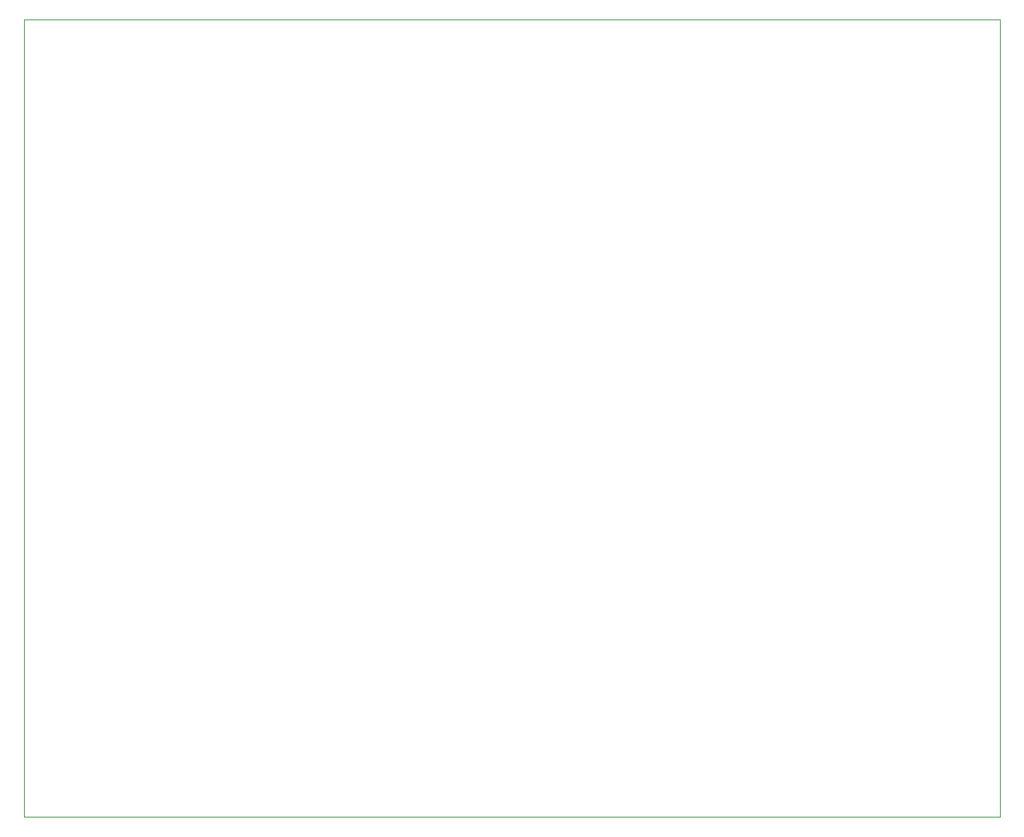
<source format=gbr>
G04 --- HEADER BEGIN --- *
G04 #@! TF.GenerationSoftware,LibrePCB,LibrePCB,1.1.0*
G04 #@! TF.CreationDate,2024-09-08T17:15:58*
G04 #@! TF.ProjectId,flasher,f4b07f79-14a2-4070-9d7d-1f686dcb10c4,v1*
G04 #@! TF.Part,Single*
G04 #@! TF.SameCoordinates*
G04 #@! TF.FileFunction,Profile,NP*
%FSLAX66Y66*%
%MOMM*%
G01*
G75*
G04 --- HEADER END --- *
G04 --- APERTURE LIST BEGIN --- *
G04 #@! TA.AperFunction,Profile*
%ADD10C,0.001*%
G04 #@! TD*
G04 --- APERTURE LIST END --- *
G04 --- BOARD BEGIN --- *
D10*
X-55000000Y-45000000D02*
X55000000Y-45000000D01*
X55000000Y45000000D01*
X-55000000Y45000000D01*
X-55000000Y-45000000D01*
G04 --- BOARD END --- *
G04 #@! TF.MD5,1bdac29fd683477b34dc341b05e7356b*
M02*

</source>
